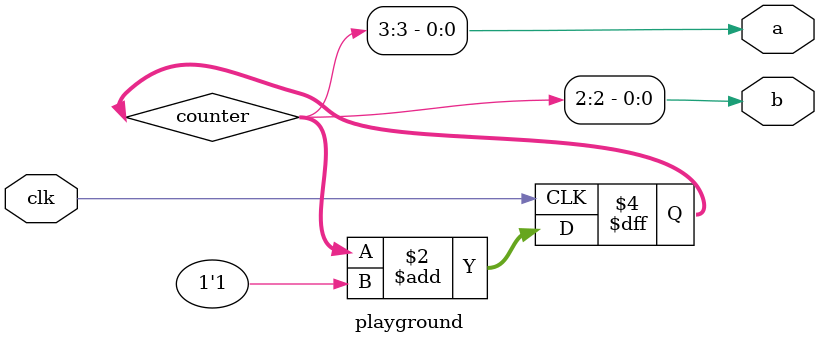
<source format=v>
module main (
  output wire gpio_23,
  output wire gpio_25
);
  wire clk;
  /* verilator lint_off PINMISSING */
  SB_HFOSC u_SB_HFOSC (.CLKHFPU(1'b1), .CLKHFEN(1'b1), .CLKHF(clk));
  playground p (.clk(clk), .a(gpio_23), .b(gpio_25));
endmodule

module playground (
  input wire clk,
  output wire a,
  output wire b
);
  localparam N = 3;
  reg [N:0] counter = 'b0;
  assign a = counter[N];
  assign b = counter[N-1];

  always @(posedge clk) begin
    counter <= counter + 1'b1;
  end
endmodule

</source>
